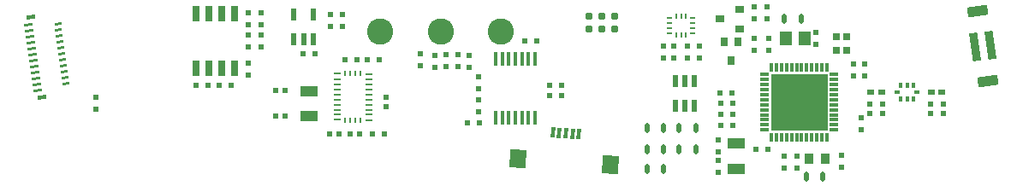
<source format=gtp>
%FSTAX23Y23*%
%MOIN*%
%SFA1B1*%

%IPPOS*%
%AMD37*
4,1,4,-0.029100,0.037400,-0.033700,-0.033300,0.029100,-0.037400,0.033700,0.033300,-0.029100,0.037400,0.0*
%
%AMD38*
4,1,4,-0.006500,0.020200,-0.009100,-0.019100,0.006500,-0.020200,0.009100,0.019100,-0.006500,0.020200,0.0*
%
%AMD39*
4,1,4,0.014900,0.007100,-0.016200,0.003000,-0.014900,-0.007100,0.016200,-0.003000,0.014900,0.007100,0.0*
%
%AMD40*
4,1,4,0.012000,0.006700,-0.013400,0.003400,-0.012000,-0.006700,0.013400,-0.003400,0.012000,0.006700,0.0*
%
%AMD41*
4,1,4,0.015500,0.009900,-0.017600,0.005500,-0.015500,-0.009900,0.017600,-0.005500,0.015500,0.009900,0.0*
%
%AMD45*
4,1,4,0.023200,-0.052400,0.007900,0.056700,-0.023200,0.052400,-0.007900,-0.056700,0.023200,-0.052400,0.0*
%
%AMD46*
4,1,4,0.041700,-0.014000,0.036200,0.025000,-0.041700,0.014000,-0.036200,-0.025000,0.041700,-0.014000,0.0*
%
%ADD16O,0.020000X0.040000*%
%ADD17R,0.024400X0.023600*%
%ADD18R,0.021700X0.021700*%
%ADD19R,0.023600X0.024400*%
%ADD20R,0.026600X0.009800*%
%ADD21R,0.009800X0.022600*%
%ADD22R,0.070900X0.039400*%
%ADD23R,0.224400X0.224400*%
%ADD24R,0.033500X0.011800*%
%ADD25R,0.011800X0.033500*%
%ADD26R,0.027600X0.029500*%
%ADD27R,0.025600X0.060000*%
%ADD28R,0.018700X0.009800*%
%ADD29R,0.009800X0.018700*%
%ADD30R,0.017700X0.058100*%
%ADD31R,0.023600X0.047200*%
%ADD32R,0.023600X0.045300*%
%ADD33C,0.031000*%
%ADD34R,0.045300X0.057100*%
%ADD35R,0.035400X0.039400*%
%ADD36R,0.029500X0.023600*%
G04~CAMADD=37~9~0.0~0.0~709.0~630.0~0.0~0.0~0~0.0~0.0~0.0~0.0~0~0.0~0.0~0.0~0.0~0~0.0~0.0~0.0~86.3~674.0~747.0*
%ADD37D37*%
G04~CAMADD=38~9~0.0~0.0~394.0~157.0~0.0~0.0~0~0.0~0.0~0.0~0.0~0~0.0~0.0~0.0~0.0~0~0.0~0.0~0.0~86.3~182.0~403.0*
%ADD38D38*%
G04~CAMADD=39~9~0.0~0.0~315.0~102.0~0.0~0.0~0~0.0~0.0~0.0~0.0~0~0.0~0.0~0.0~0.0~0~0.0~0.0~0.0~7.5~324.0~141.0*
%ADD39D39*%
G04~CAMADD=40~9~0.0~0.0~256.0~102.0~0.0~0.0~0~0.0~0.0~0.0~0.0~0~0.0~0.0~0.0~0.0~0~0.0~0.0~0.0~7.5~268.0~133.0*
%ADD40D40*%
G04~CAMADD=41~9~0.0~0.0~335.0~157.0~0.0~0.0~0~0.0~0.0~0.0~0.0~0~0.0~0.0~0.0~0.0~0~0.0~0.0~0.0~7.5~352.0~197.0*
%ADD41D41*%
%ADD42C,0.102400*%
%ADD43R,0.023600X0.015700*%
%ADD44R,0.015700X0.023600*%
G04~CAMADD=45~9~0.0~0.0~1102.0~315.0~0.0~0.0~0~0.0~0.0~0.0~0.0~0~0.0~0.0~0.0~0.0~0~0.0~0.0~0.0~278.0~464.0~1133.0*
%ADD45D45*%
G04~CAMADD=46~9~0.0~0.0~394.0~787.0~0.0~0.0~0~0.0~0.0~0.0~0.0~0~0.0~0.0~0.0~0.0~0~0.0~0.0~0.0~278.0~834.0~499.0*
%ADD46D46*%
%ADD47R,0.021700X0.021700*%
%ADD48R,0.027600X0.035400*%
%ADD49R,0.035400X0.031500*%
%LNmcu_pcb-1*%
%LPD*%
G54D16*
X04402Y0083D03*
X04337D03*
X04747Y01255D03*
X04812D03*
X04897Y0064D03*
X04832D03*
X04212Y0083D03*
X04277D03*
X04212Y00745D03*
X04277D03*
X04212Y0067D03*
X04277D03*
X04337Y00745D03*
X04402D03*
G54D17*
X03195Y00948D03*
Y00911D03*
X0508Y00923D03*
Y00886D03*
X0513Y00923D03*
Y00886D03*
X05315Y00923D03*
Y00886D03*
X05365Y00923D03*
Y00886D03*
G54D18*
X03188Y00805D03*
X03142D03*
X03083Y01095D03*
X03037D03*
X03168D03*
X03122D03*
X02918Y0112D03*
X02872D03*
X04683Y00745D03*
X04637D03*
X04546Y0084D03*
X045D03*
X04546Y00882D03*
X045D03*
X04546Y00925D03*
X045D03*
X04497Y00965D03*
X04543D03*
X03834Y00995D03*
X0388D03*
Y00955D03*
X03834D03*
X03558Y0085D03*
X03512D03*
X02547Y00995D03*
X02593D03*
X02457D03*
X02503D03*
X03783Y0117D03*
X03737D03*
G54D19*
X03093Y00805D03*
X03056D03*
X02976D03*
X03013D03*
X02766Y00975D03*
X02803D03*
X02766Y00875D03*
X02803D03*
G54D20*
X03005Y00881D03*
Y009D03*
Y0092D03*
Y0094D03*
Y00959D03*
Y00979D03*
Y00999D03*
Y01018D03*
Y01041D03*
X03128Y01039D03*
Y01018D03*
Y00999D03*
Y00979D03*
Y00959D03*
Y0094D03*
Y0092D03*
Y009D03*
Y00881D03*
Y00858D03*
X03005Y00861D03*
G54D21*
X03037Y01041D03*
X03057D03*
X03076D03*
X03096D03*
Y00858D03*
X03076D03*
X03057D03*
X03037D03*
G54D22*
X02895Y00875D03*
Y00974D03*
X0456Y0067D03*
Y00769D03*
G54D23*
X04805Y0093D03*
G54D24*
X04669Y00821D03*
Y00841D03*
Y00861D03*
Y0088D03*
Y009D03*
Y0092D03*
Y00939D03*
Y00959D03*
Y00979D03*
Y00998D03*
Y01018D03*
Y01038D03*
X0494D03*
Y01018D03*
Y00998D03*
Y00979D03*
Y00959D03*
Y00939D03*
Y0092D03*
Y009D03*
Y0088D03*
Y00861D03*
Y00841D03*
Y00821D03*
G54D25*
X04696Y01065D03*
X04716D03*
X04736D03*
X04755D03*
X04775D03*
X04795D03*
X04814D03*
X04834D03*
X04854D03*
X04873D03*
X04893D03*
X04913D03*
Y00794D03*
X04893D03*
X04873D03*
X04854D03*
X04834D03*
X04814D03*
X04795D03*
X04775D03*
X04755D03*
X04736D03*
X04716D03*
X04696D03*
G54D26*
X04989Y01133D03*
Y01186D03*
X0495D03*
Y01133D03*
G54D27*
X02605Y01063D03*
X02555D03*
X02505D03*
X02455D03*
Y01276D03*
X02505D03*
X02555D03*
X02605D03*
G54D28*
X0439Y012D03*
Y0122D03*
Y01239D03*
Y01259D03*
X04299D03*
Y01239D03*
Y0122D03*
Y012D03*
G54D29*
X04364Y01265D03*
X04345D03*
X04325D03*
Y01194D03*
X04345D03*
X04364D03*
G54D30*
X03776Y011D03*
X03751D03*
X03725D03*
X037D03*
X03674D03*
X03648D03*
X03623D03*
Y00869D03*
X03648D03*
X03674D03*
X037D03*
X03725D03*
X03751D03*
X03776D03*
G54D31*
X04397Y00915D03*
X0436D03*
X04322D03*
Y01014D03*
X0436D03*
X04397D03*
G54D32*
X02837Y01175D03*
X02875D03*
X02912D03*
Y01274D03*
X02837D03*
G54D33*
X03985Y01215D03*
Y01265D03*
X04035Y01215D03*
Y01265D03*
X04085Y01215D03*
Y01265D03*
G54D34*
X04754Y0118D03*
X04825D03*
G54D35*
X04906Y0071D03*
X04843D03*
G54D36*
X05083Y0097D03*
X05126D03*
X05318D03*
X05361D03*
G54D37*
X0407Y00685D03*
X03708Y00709D03*
G54D38*
X03947Y00805D03*
X03922Y00807D03*
X03896Y00809D03*
X03871Y0081D03*
X03845Y00812D03*
G54D39*
X01804Y01232D03*
X01807Y01209D03*
X0181Y01185D03*
X01814Y01162D03*
X01817Y01138D03*
X0182Y01115D03*
X01823Y01092D03*
X01826Y01068D03*
X01829Y01045D03*
X01832Y01021D03*
X01835Y00998D03*
X01838Y00975D03*
G54D40*
X01918Y01235D03*
X01921Y01212D03*
X01924Y01188D03*
X01927Y01165D03*
X0193Y01142D03*
X01934Y01118D03*
X01937Y01095D03*
X0194Y01071D03*
X01943Y01048D03*
X01946Y01025D03*
X01949Y01001D03*
G54D41*
X01813Y01261D03*
X01855Y00949D03*
G54D42*
X03172Y01207D03*
X03408D03*
X03644D03*
G54D43*
X05185Y0097D03*
X05264D03*
G54D44*
X0525Y00943D03*
X05225D03*
X05199D03*
X0525Y00997D03*
X05225D03*
X05199D03*
G54D45*
X05488Y01145D03*
X05551Y01154D03*
G54D46*
X05539Y01013D03*
X055Y01286D03*
G54D47*
X0463Y01178D03*
Y01132D03*
X05015Y01078D03*
Y01032D03*
X0506Y01078D03*
Y01032D03*
X05045Y00868D03*
Y00822D03*
X0497Y00677D03*
Y00723D03*
X04795Y00718D03*
Y00672D03*
X04745D03*
Y00718D03*
X0449Y00657D03*
Y00703D03*
Y00783D03*
Y00737D03*
X04685Y01132D03*
Y01178D03*
X0468Y01257D03*
Y01303D03*
X0463Y01257D03*
Y01303D03*
X04415Y01148D03*
Y01102D03*
X0437Y01148D03*
Y01102D03*
X04315Y01148D03*
Y01102D03*
X04275Y01148D03*
Y01102D03*
X03555Y00938D03*
Y00892D03*
Y01028D03*
Y00982D03*
X0352Y01067D03*
Y01113D03*
X03475Y01115D03*
Y01069D03*
X0343Y01115D03*
Y01069D03*
X03385Y01113D03*
Y01067D03*
X0333Y01072D03*
Y01118D03*
X03025Y01273D03*
Y01227D03*
X0298Y01273D03*
Y01227D03*
X0271Y01278D03*
Y01232D03*
X0266D03*
Y01278D03*
Y01193D03*
Y01147D03*
Y01083D03*
Y01037D03*
X0271Y01193D03*
Y01147D03*
X02065Y00948D03*
Y00902D03*
X0487Y01203D03*
Y01157D03*
G54D48*
X0454Y01092D03*
X04514Y01167D03*
X04565D03*
G54D49*
X04495Y01255D03*
X04574Y01292D03*
Y01217D03*
M02*
</source>
